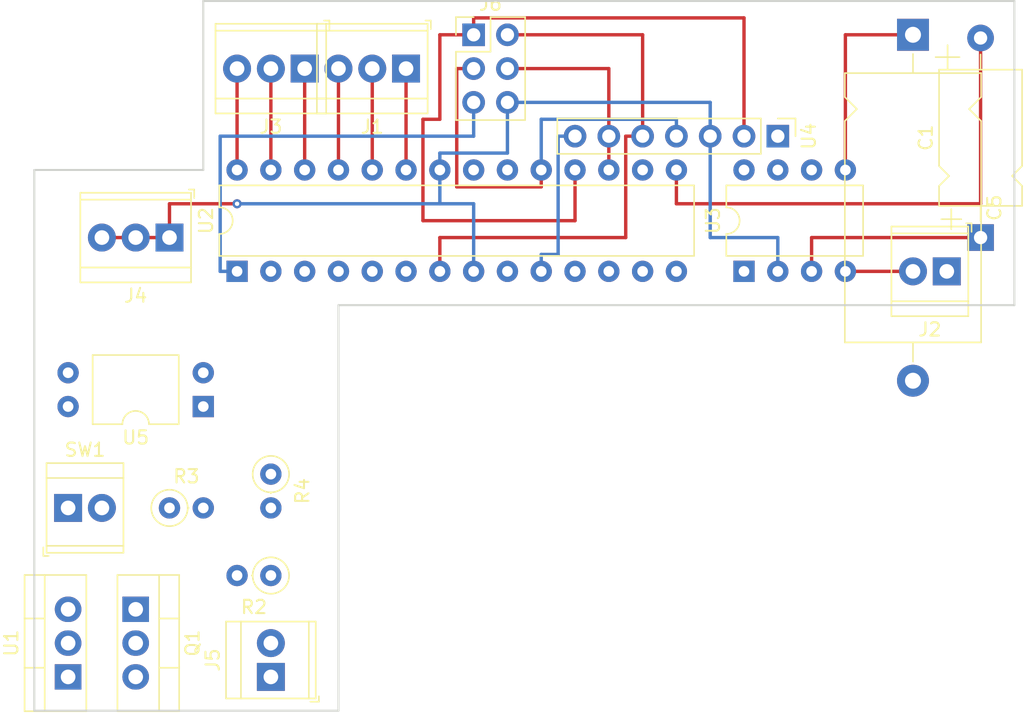
<source format=kicad_pcb>
(kicad_pcb (version 20171130) (host pcbnew "(5.0.2)-1")

  (general
    (thickness 1.6)
    (drawings 16)
    (tracks 65)
    (zones 0)
    (modules 18)
    (nets 40)
  )

  (page A4)
  (layers
    (0 F.Cu signal)
    (31 B.Cu signal)
    (36 B.SilkS user hide)
    (37 F.SilkS user hide)
    (38 B.Mask user hide)
    (39 F.Mask user hide)
    (41 Cmts.User user hide)
    (44 Edge.Cuts user)
    (45 Margin user hide)
    (46 B.CrtYd user hide)
    (47 F.CrtYd user hide)
    (48 B.Fab user hide)
    (49 F.Fab user hide)
  )

  (setup
    (last_trace_width 0.254)
    (user_trace_width 0.254)
    (user_trace_width 0.635)
    (user_trace_width 1.27)
    (user_trace_width 2.54)
    (trace_clearance 0.1524)
    (zone_clearance 0.508)
    (zone_45_only no)
    (trace_min 0.1524)
    (segment_width 0.2)
    (edge_width 0.15)
    (via_size 0.6858)
    (via_drill 0.3302)
    (via_min_size 0.508)
    (via_min_drill 0.254)
    (uvia_size 0.6858)
    (uvia_drill 0.3302)
    (uvias_allowed no)
    (uvia_min_size 0.2)
    (uvia_min_drill 0.1)
    (pcb_text_width 0.3)
    (pcb_text_size 1.5 1.5)
    (mod_edge_width 0.15)
    (mod_text_size 1 1)
    (mod_text_width 0.15)
    (pad_size 1.524 1.524)
    (pad_drill 0.762)
    (pad_to_mask_clearance 0.0508)
    (solder_mask_min_width 0.25)
    (aux_axis_origin 0 0)
    (visible_elements 7FFFFFFF)
    (pcbplotparams
      (layerselection 0x010fc_ffffffff)
      (usegerberextensions false)
      (usegerberattributes false)
      (usegerberadvancedattributes false)
      (creategerberjobfile false)
      (excludeedgelayer true)
      (linewidth 0.100000)
      (plotframeref false)
      (viasonmask false)
      (mode 1)
      (useauxorigin false)
      (hpglpennumber 1)
      (hpglpenspeed 20)
      (hpglpendiameter 15.000000)
      (psnegative false)
      (psa4output false)
      (plotreference true)
      (plotvalue true)
      (plotinvisibletext false)
      (padsonsilk false)
      (subtractmaskfromsilk false)
      (outputformat 1)
      (mirror false)
      (drillshape 1)
      (scaleselection 1)
      (outputdirectory ""))
  )

  (net 0 "")
  (net 1 "Net-(C1-Pad1)")
  (net 2 "Net-(C1-Pad2)")
  (net 3 "Net-(C5-Pad2)")
  (net 4 /led_bl3)
  (net 5 +3V3)
  (net 6 +9V)
  (net 7 "Net-(U2-Pad3)")
  (net 8 "Net-(U2-Pad4)")
  (net 9 "Net-(U2-Pad20)")
  (net 10 "Net-(U2-Pad21)")
  (net 11 "Net-(U2-Pad11)")
  (net 12 "Net-(U2-Pad12)")
  (net 13 "Net-(U2-Pad13)")
  (net 14 /sd_cs)
  (net 15 /sd_di)
  (net 16 /sd_do)
  (net 17 /sd_sck)
  (net 18 /led_bl0)
  (net 19 /led_bl1)
  (net 20 /led_bs0)
  (net 21 /led_bs1)
  (net 22 /led_bl2)
  (net 23 "Net-(U2-Pad14)")
  (net 24 "Net-(C5-Pad1)")
  (net 25 BGND)
  (net 26 DGND)
  (net 27 "Net-(Q1-Pad2)")
  (net 28 "Net-(R3-Pad1)")
  (net 29 PWR_OFF)
  (net 30 "Net-(R4-Pad2)")
  (net 31 "Net-(U2-Pad2)")
  (net 32 "Net-(U3-Pad1)")
  (net 33 "Net-(U3-Pad7)")
  (net 34 "Net-(U3-Pad8)")
  (net 35 "Net-(U2-Pad5)")
  (net 36 "Net-(U4-Pad1)")
  (net 37 "Net-(U2-Pad6)")
  (net 38 "Net-(J6-Pad5)")
  (net 39 "Net-(U2-Pad16)")

  (net_class Default "This is the default net class."
    (clearance 0.1524)
    (trace_width 0.1524)
    (via_dia 0.6858)
    (via_drill 0.3302)
    (uvia_dia 0.6858)
    (uvia_drill 0.3302)
    (add_net +3V3)
    (add_net +9V)
    (add_net /led_bl0)
    (add_net /led_bl1)
    (add_net /led_bl2)
    (add_net /led_bl3)
    (add_net /led_bs0)
    (add_net /led_bs1)
    (add_net /sd_cs)
    (add_net /sd_di)
    (add_net /sd_do)
    (add_net /sd_sck)
    (add_net BGND)
    (add_net DGND)
    (add_net "Net-(C1-Pad1)")
    (add_net "Net-(C1-Pad2)")
    (add_net "Net-(C5-Pad1)")
    (add_net "Net-(C5-Pad2)")
    (add_net "Net-(J6-Pad5)")
    (add_net "Net-(Q1-Pad2)")
    (add_net "Net-(R3-Pad1)")
    (add_net "Net-(R4-Pad2)")
    (add_net "Net-(U2-Pad11)")
    (add_net "Net-(U2-Pad12)")
    (add_net "Net-(U2-Pad13)")
    (add_net "Net-(U2-Pad14)")
    (add_net "Net-(U2-Pad16)")
    (add_net "Net-(U2-Pad2)")
    (add_net "Net-(U2-Pad20)")
    (add_net "Net-(U2-Pad21)")
    (add_net "Net-(U2-Pad3)")
    (add_net "Net-(U2-Pad4)")
    (add_net "Net-(U2-Pad5)")
    (add_net "Net-(U2-Pad6)")
    (add_net "Net-(U3-Pad1)")
    (add_net "Net-(U3-Pad7)")
    (add_net "Net-(U3-Pad8)")
    (add_net "Net-(U4-Pad1)")
    (add_net PWR_OFF)
  )

  (module TerminalBlock_TE-Connectivity:TerminalBlock_TE_282834-3_1x03_P2.54mm_Horizontal (layer F.Cu) (tedit 5B1EC513) (tstamp 5D72821D)
    (at 53.34 129.54 180)
    (descr "Terminal Block TE 282834-3, 3 pins, pitch 2.54mm, size 8.08x6.5mm^2, drill diamater 1.1mm, pad diameter 2.1mm, see http://www.te.com/commerce/DocumentDelivery/DDEController?Action=showdoc&DocId=Customer+Drawing%7F282834%7FC1%7Fpdf%7FEnglish%7FENG_CD_282834_C1.pdf, script-generated using https://github.com/pointhi/kicad-footprint-generator/scripts/TerminalBlock_TE-Connectivity")
    (tags "THT Terminal Block TE 282834-3 pitch 2.54mm size 8.08x6.5mm^2 drill 1.1mm pad 2.1mm")
    (path /5BC32DBF)
    (fp_text reference J1 (at 2.54 -4.37 180) (layer F.SilkS)
      (effects (font (size 1 1) (thickness 0.15)))
    )
    (fp_text value led_a (at 2.54 4.37 180) (layer F.Fab)
      (effects (font (size 1 1) (thickness 0.15)))
    )
    (fp_circle (center 0 0) (end 1.1 0) (layer F.Fab) (width 0.1))
    (fp_circle (center 2.54 0) (end 3.64 0) (layer F.Fab) (width 0.1))
    (fp_circle (center 5.08 0) (end 6.18 0) (layer F.Fab) (width 0.1))
    (fp_line (start -1.5 -3.25) (end 6.58 -3.25) (layer F.Fab) (width 0.1))
    (fp_line (start 6.58 -3.25) (end 6.58 3.25) (layer F.Fab) (width 0.1))
    (fp_line (start 6.58 3.25) (end -1.1 3.25) (layer F.Fab) (width 0.1))
    (fp_line (start -1.1 3.25) (end -1.5 2.85) (layer F.Fab) (width 0.1))
    (fp_line (start -1.5 2.85) (end -1.5 -3.25) (layer F.Fab) (width 0.1))
    (fp_line (start -1.5 2.85) (end 6.58 2.85) (layer F.Fab) (width 0.1))
    (fp_line (start -1.62 2.85) (end 6.7 2.85) (layer F.SilkS) (width 0.12))
    (fp_line (start -1.5 -2.25) (end 6.58 -2.25) (layer F.Fab) (width 0.1))
    (fp_line (start -1.62 -2.25) (end 6.7 -2.25) (layer F.SilkS) (width 0.12))
    (fp_line (start -1.62 -3.37) (end 6.7 -3.37) (layer F.SilkS) (width 0.12))
    (fp_line (start -1.62 3.37) (end 6.7 3.37) (layer F.SilkS) (width 0.12))
    (fp_line (start -1.62 -3.37) (end -1.62 3.37) (layer F.SilkS) (width 0.12))
    (fp_line (start 6.7 -3.37) (end 6.7 3.37) (layer F.SilkS) (width 0.12))
    (fp_line (start 0.835 -0.7) (end -0.701 0.835) (layer F.Fab) (width 0.1))
    (fp_line (start 0.701 -0.835) (end -0.835 0.7) (layer F.Fab) (width 0.1))
    (fp_line (start 3.375 -0.7) (end 1.84 0.835) (layer F.Fab) (width 0.1))
    (fp_line (start 3.241 -0.835) (end 1.706 0.7) (layer F.Fab) (width 0.1))
    (fp_line (start 5.915 -0.7) (end 4.38 0.835) (layer F.Fab) (width 0.1))
    (fp_line (start 5.781 -0.835) (end 4.246 0.7) (layer F.Fab) (width 0.1))
    (fp_line (start -1.86 2.97) (end -1.86 3.61) (layer F.SilkS) (width 0.12))
    (fp_line (start -1.86 3.61) (end -1.46 3.61) (layer F.SilkS) (width 0.12))
    (fp_line (start -2 -3.75) (end -2 3.75) (layer F.CrtYd) (width 0.05))
    (fp_line (start -2 3.75) (end 7.08 3.75) (layer F.CrtYd) (width 0.05))
    (fp_line (start 7.08 3.75) (end 7.08 -3.75) (layer F.CrtYd) (width 0.05))
    (fp_line (start 7.08 -3.75) (end -2 -3.75) (layer F.CrtYd) (width 0.05))
    (fp_text user %R (at 2.54 2 180) (layer F.Fab)
      (effects (font (size 1 1) (thickness 0.15)))
    )
    (pad 1 thru_hole rect (at 0 0 180) (size 2.1 2.1) (drill 1.1) (layers *.Cu *.Mask)
      (net 18 /led_bl0))
    (pad 2 thru_hole circle (at 2.54 0 180) (size 2.1 2.1) (drill 1.1) (layers *.Cu *.Mask)
      (net 19 /led_bl1))
    (pad 3 thru_hole circle (at 5.08 0 180) (size 2.1 2.1) (drill 1.1) (layers *.Cu *.Mask)
      (net 20 /led_bs0))
    (model ${KISYS3DMOD}/TerminalBlock_TE-Connectivity.3dshapes/TerminalBlock_TE_282834-3_1x03_P2.54mm_Horizontal.wrl
      (at (xyz 0 0 0))
      (scale (xyz 1 1 1))
      (rotate (xyz 0 0 0))
    )
  )

  (module Connector_PinHeader_2.54mm:PinHeader_2x03_P2.54mm_Vertical (layer F.Cu) (tedit 59FED5CC) (tstamp 5D75641A)
    (at 58.42 127)
    (descr "Through hole straight pin header, 2x03, 2.54mm pitch, double rows")
    (tags "Through hole pin header THT 2x03 2.54mm double row")
    (path /5D757B8F)
    (fp_text reference J6 (at 1.27 -2.33) (layer F.SilkS)
      (effects (font (size 1 1) (thickness 0.15)))
    )
    (fp_text value Conn_02x03_Odd_Even (at 1.27 7.41) (layer F.Fab)
      (effects (font (size 1 1) (thickness 0.15)))
    )
    (fp_line (start 0 -1.27) (end 3.81 -1.27) (layer F.Fab) (width 0.1))
    (fp_line (start 3.81 -1.27) (end 3.81 6.35) (layer F.Fab) (width 0.1))
    (fp_line (start 3.81 6.35) (end -1.27 6.35) (layer F.Fab) (width 0.1))
    (fp_line (start -1.27 6.35) (end -1.27 0) (layer F.Fab) (width 0.1))
    (fp_line (start -1.27 0) (end 0 -1.27) (layer F.Fab) (width 0.1))
    (fp_line (start -1.33 6.41) (end 3.87 6.41) (layer F.SilkS) (width 0.12))
    (fp_line (start -1.33 1.27) (end -1.33 6.41) (layer F.SilkS) (width 0.12))
    (fp_line (start 3.87 -1.33) (end 3.87 6.41) (layer F.SilkS) (width 0.12))
    (fp_line (start -1.33 1.27) (end 1.27 1.27) (layer F.SilkS) (width 0.12))
    (fp_line (start 1.27 1.27) (end 1.27 -1.33) (layer F.SilkS) (width 0.12))
    (fp_line (start 1.27 -1.33) (end 3.87 -1.33) (layer F.SilkS) (width 0.12))
    (fp_line (start -1.33 0) (end -1.33 -1.33) (layer F.SilkS) (width 0.12))
    (fp_line (start -1.33 -1.33) (end 0 -1.33) (layer F.SilkS) (width 0.12))
    (fp_line (start -1.8 -1.8) (end -1.8 6.85) (layer F.CrtYd) (width 0.05))
    (fp_line (start -1.8 6.85) (end 4.35 6.85) (layer F.CrtYd) (width 0.05))
    (fp_line (start 4.35 6.85) (end 4.35 -1.8) (layer F.CrtYd) (width 0.05))
    (fp_line (start 4.35 -1.8) (end -1.8 -1.8) (layer F.CrtYd) (width 0.05))
    (fp_text user %R (at 1.27 2.54 90) (layer F.Fab)
      (effects (font (size 1 1) (thickness 0.15)))
    )
    (pad 1 thru_hole rect (at 0 0) (size 1.7 1.7) (drill 1) (layers *.Cu *.Mask)
      (net 16 /sd_do))
    (pad 2 thru_hole oval (at 2.54 0) (size 1.7 1.7) (drill 1) (layers *.Cu *.Mask)
      (net 5 +3V3))
    (pad 3 thru_hole oval (at 0 2.54) (size 1.7 1.7) (drill 1) (layers *.Cu *.Mask)
      (net 17 /sd_sck))
    (pad 4 thru_hole oval (at 2.54 2.54) (size 1.7 1.7) (drill 1) (layers *.Cu *.Mask)
      (net 15 /sd_di))
    (pad 5 thru_hole oval (at 0 5.08) (size 1.7 1.7) (drill 1) (layers *.Cu *.Mask)
      (net 38 "Net-(J6-Pad5)"))
    (pad 6 thru_hole oval (at 2.54 5.08) (size 1.7 1.7) (drill 1) (layers *.Cu *.Mask)
      (net 26 DGND))
    (model ${KISYS3DMOD}/Connector_PinHeader_2.54mm.3dshapes/PinHeader_2x03_P2.54mm_Vertical.wrl
      (at (xyz 0 0 0))
      (scale (xyz 1 1 1))
      (rotate (xyz 0 0 0))
    )
  )

  (module Package_DIP:DIP-8_W7.62mm (layer F.Cu) (tedit 5A02E8C5) (tstamp 5DCEF3F9)
    (at 78.74 144.78 90)
    (descr "8-lead though-hole mounted DIP package, row spacing 7.62 mm (300 mils)")
    (tags "THT DIP DIL PDIP 2.54mm 7.62mm 300mil")
    (path /5BB681DC)
    (fp_text reference U3 (at 3.81 -2.33 90) (layer F.SilkS)
      (effects (font (size 1 1) (thickness 0.15)))
    )
    (fp_text value LM386 (at 3.81 9.95 90) (layer F.Fab)
      (effects (font (size 1 1) (thickness 0.15)))
    )
    (fp_arc (start 3.81 -1.33) (end 2.81 -1.33) (angle -180) (layer F.SilkS) (width 0.12))
    (fp_line (start 1.635 -1.27) (end 6.985 -1.27) (layer F.Fab) (width 0.1))
    (fp_line (start 6.985 -1.27) (end 6.985 8.89) (layer F.Fab) (width 0.1))
    (fp_line (start 6.985 8.89) (end 0.635 8.89) (layer F.Fab) (width 0.1))
    (fp_line (start 0.635 8.89) (end 0.635 -0.27) (layer F.Fab) (width 0.1))
    (fp_line (start 0.635 -0.27) (end 1.635 -1.27) (layer F.Fab) (width 0.1))
    (fp_line (start 2.81 -1.33) (end 1.16 -1.33) (layer F.SilkS) (width 0.12))
    (fp_line (start 1.16 -1.33) (end 1.16 8.95) (layer F.SilkS) (width 0.12))
    (fp_line (start 1.16 8.95) (end 6.46 8.95) (layer F.SilkS) (width 0.12))
    (fp_line (start 6.46 8.95) (end 6.46 -1.33) (layer F.SilkS) (width 0.12))
    (fp_line (start 6.46 -1.33) (end 4.81 -1.33) (layer F.SilkS) (width 0.12))
    (fp_line (start -1.1 -1.55) (end -1.1 9.15) (layer F.CrtYd) (width 0.05))
    (fp_line (start -1.1 9.15) (end 8.7 9.15) (layer F.CrtYd) (width 0.05))
    (fp_line (start 8.7 9.15) (end 8.7 -1.55) (layer F.CrtYd) (width 0.05))
    (fp_line (start 8.7 -1.55) (end -1.1 -1.55) (layer F.CrtYd) (width 0.05))
    (fp_text user %R (at 3.81 3.81 90) (layer F.Fab)
      (effects (font (size 1 1) (thickness 0.15)))
    )
    (pad 1 thru_hole rect (at 0 0 90) (size 1.6 1.6) (drill 0.8) (layers *.Cu *.Mask)
      (net 32 "Net-(U3-Pad1)"))
    (pad 5 thru_hole oval (at 7.62 7.62 90) (size 1.6 1.6) (drill 0.8) (layers *.Cu *.Mask)
      (net 24 "Net-(C5-Pad1)"))
    (pad 2 thru_hole oval (at 0 2.54 90) (size 1.6 1.6) (drill 0.8) (layers *.Cu *.Mask)
      (net 26 DGND))
    (pad 6 thru_hole oval (at 7.62 5.08 90) (size 1.6 1.6) (drill 0.8) (layers *.Cu *.Mask)
      (net 6 +9V))
    (pad 3 thru_hole oval (at 0 5.08 90) (size 1.6 1.6) (drill 0.8) (layers *.Cu *.Mask)
      (net 1 "Net-(C1-Pad1)"))
    (pad 7 thru_hole oval (at 7.62 2.54 90) (size 1.6 1.6) (drill 0.8) (layers *.Cu *.Mask)
      (net 33 "Net-(U3-Pad7)"))
    (pad 4 thru_hole oval (at 0 7.62 90) (size 1.6 1.6) (drill 0.8) (layers *.Cu *.Mask)
      (net 25 BGND))
    (pad 8 thru_hole oval (at 7.62 0 90) (size 1.6 1.6) (drill 0.8) (layers *.Cu *.Mask)
      (net 34 "Net-(U3-Pad8)"))
    (model ${KISYS3DMOD}/Package_DIP.3dshapes/DIP-8_W7.62mm.wrl
      (at (xyz 0 0 0))
      (scale (xyz 1 1 1))
      (rotate (xyz 0 0 0))
    )
  )

  (module Capacitor_THT:CP_Axial_L20.0mm_D10.0mm_P26.00mm_Horizontal (layer F.Cu) (tedit 5AE50EF2) (tstamp 5D729B16)
    (at 91.44 127 270)
    (descr "CP, Axial series, Axial, Horizontal, pin pitch=26mm, , length*diameter=20*10mm^2, Electrolytic Capacitor, , http://www.kemet.com/Lists/ProductCatalog/Attachments/424/KEM_AC102.pdf")
    (tags "CP Axial series Axial Horizontal pin pitch 26mm  length 20mm diameter 10mm Electrolytic Capacitor")
    (path /5BB76434)
    (fp_text reference C5 (at 13 -6.12 270) (layer F.SilkS)
      (effects (font (size 1 1) (thickness 0.15)))
    )
    (fp_text value 250uF (at 13 6.12 270) (layer F.Fab)
      (effects (font (size 1 1) (thickness 0.15)))
    )
    (fp_line (start 3 -5) (end 3 5) (layer F.Fab) (width 0.1))
    (fp_line (start 23 -5) (end 23 5) (layer F.Fab) (width 0.1))
    (fp_line (start 3 -5) (end 4.68 -5) (layer F.Fab) (width 0.1))
    (fp_line (start 4.68 -5) (end 5.58 -4.1) (layer F.Fab) (width 0.1))
    (fp_line (start 5.58 -4.1) (end 6.48 -5) (layer F.Fab) (width 0.1))
    (fp_line (start 6.48 -5) (end 23 -5) (layer F.Fab) (width 0.1))
    (fp_line (start 3 5) (end 4.68 5) (layer F.Fab) (width 0.1))
    (fp_line (start 4.68 5) (end 5.58 4.1) (layer F.Fab) (width 0.1))
    (fp_line (start 5.58 4.1) (end 6.48 5) (layer F.Fab) (width 0.1))
    (fp_line (start 6.48 5) (end 23 5) (layer F.Fab) (width 0.1))
    (fp_line (start 0 0) (end 3 0) (layer F.Fab) (width 0.1))
    (fp_line (start 26 0) (end 23 0) (layer F.Fab) (width 0.1))
    (fp_line (start 4.7 0) (end 6.5 0) (layer F.Fab) (width 0.1))
    (fp_line (start 5.6 -0.9) (end 5.6 0.9) (layer F.Fab) (width 0.1))
    (fp_line (start 0.78 -2.6) (end 2.58 -2.6) (layer F.SilkS) (width 0.12))
    (fp_line (start 1.68 -3.5) (end 1.68 -1.7) (layer F.SilkS) (width 0.12))
    (fp_line (start 2.88 -5.12) (end 2.88 5.12) (layer F.SilkS) (width 0.12))
    (fp_line (start 23.12 -5.12) (end 23.12 5.12) (layer F.SilkS) (width 0.12))
    (fp_line (start 2.88 -5.12) (end 4.68 -5.12) (layer F.SilkS) (width 0.12))
    (fp_line (start 4.68 -5.12) (end 5.58 -4.22) (layer F.SilkS) (width 0.12))
    (fp_line (start 5.58 -4.22) (end 6.48 -5.12) (layer F.SilkS) (width 0.12))
    (fp_line (start 6.48 -5.12) (end 23.12 -5.12) (layer F.SilkS) (width 0.12))
    (fp_line (start 2.88 5.12) (end 4.68 5.12) (layer F.SilkS) (width 0.12))
    (fp_line (start 4.68 5.12) (end 5.58 4.22) (layer F.SilkS) (width 0.12))
    (fp_line (start 5.58 4.22) (end 6.48 5.12) (layer F.SilkS) (width 0.12))
    (fp_line (start 6.48 5.12) (end 23.12 5.12) (layer F.SilkS) (width 0.12))
    (fp_line (start 1.44 0) (end 2.88 0) (layer F.SilkS) (width 0.12))
    (fp_line (start 24.56 0) (end 23.12 0) (layer F.SilkS) (width 0.12))
    (fp_line (start -1.45 -5.25) (end -1.45 5.25) (layer F.CrtYd) (width 0.05))
    (fp_line (start -1.45 5.25) (end 27.45 5.25) (layer F.CrtYd) (width 0.05))
    (fp_line (start 27.45 5.25) (end 27.45 -5.25) (layer F.CrtYd) (width 0.05))
    (fp_line (start 27.45 -5.25) (end -1.45 -5.25) (layer F.CrtYd) (width 0.05))
    (fp_text user %R (at 13 0 270) (layer F.Fab)
      (effects (font (size 1 1) (thickness 0.15)))
    )
    (pad 1 thru_hole rect (at 0 0 270) (size 2.4 2.4) (drill 1.2) (layers *.Cu *.Mask)
      (net 24 "Net-(C5-Pad1)"))
    (pad 2 thru_hole oval (at 26 0 270) (size 2.4 2.4) (drill 1.2) (layers *.Cu *.Mask)
      (net 3 "Net-(C5-Pad2)"))
    (model ${KISYS3DMOD}/Capacitor_THT.3dshapes/CP_Axial_L20.0mm_D10.0mm_P26.00mm_Horizontal.wrl
      (at (xyz 0 0 0))
      (scale (xyz 1 1 1))
      (rotate (xyz 0 0 0))
    )
  )

  (module Package_DIP:DIP-28_W7.62mm (layer F.Cu) (tedit 5A02E8C5) (tstamp 5D72749F)
    (at 40.64 144.78 90)
    (descr "28-lead though-hole mounted DIP package, row spacing 7.62 mm (300 mils)")
    (tags "THT DIP DIL PDIP 2.54mm 7.62mm 300mil")
    (path /5BB68499)
    (fp_text reference U2 (at 3.81 -2.33 90) (layer F.SilkS)
      (effects (font (size 1 1) (thickness 0.15)))
    )
    (fp_text value ATmega328P-PU (at 3.81 35.35 90) (layer F.Fab)
      (effects (font (size 1 1) (thickness 0.15)))
    )
    (fp_arc (start 3.81 -1.33) (end 2.81 -1.33) (angle -180) (layer F.SilkS) (width 0.12))
    (fp_line (start 1.635 -1.27) (end 6.985 -1.27) (layer F.Fab) (width 0.1))
    (fp_line (start 6.985 -1.27) (end 6.985 34.29) (layer F.Fab) (width 0.1))
    (fp_line (start 6.985 34.29) (end 0.635 34.29) (layer F.Fab) (width 0.1))
    (fp_line (start 0.635 34.29) (end 0.635 -0.27) (layer F.Fab) (width 0.1))
    (fp_line (start 0.635 -0.27) (end 1.635 -1.27) (layer F.Fab) (width 0.1))
    (fp_line (start 2.81 -1.33) (end 1.16 -1.33) (layer F.SilkS) (width 0.12))
    (fp_line (start 1.16 -1.33) (end 1.16 34.35) (layer F.SilkS) (width 0.12))
    (fp_line (start 1.16 34.35) (end 6.46 34.35) (layer F.SilkS) (width 0.12))
    (fp_line (start 6.46 34.35) (end 6.46 -1.33) (layer F.SilkS) (width 0.12))
    (fp_line (start 6.46 -1.33) (end 4.81 -1.33) (layer F.SilkS) (width 0.12))
    (fp_line (start -1.1 -1.55) (end -1.1 34.55) (layer F.CrtYd) (width 0.05))
    (fp_line (start -1.1 34.55) (end 8.7 34.55) (layer F.CrtYd) (width 0.05))
    (fp_line (start 8.7 34.55) (end 8.7 -1.55) (layer F.CrtYd) (width 0.05))
    (fp_line (start 8.7 -1.55) (end -1.1 -1.55) (layer F.CrtYd) (width 0.05))
    (fp_text user %R (at 3.81 16.51 90) (layer F.Fab)
      (effects (font (size 1 1) (thickness 0.15)))
    )
    (pad 1 thru_hole rect (at 0 0 90) (size 1.6 1.6) (drill 0.8) (layers *.Cu *.Mask)
      (net 38 "Net-(J6-Pad5)"))
    (pad 15 thru_hole oval (at 7.62 33.02 90) (size 1.6 1.6) (drill 0.8) (layers *.Cu *.Mask)
      (net 2 "Net-(C1-Pad2)"))
    (pad 2 thru_hole oval (at 0 2.54 90) (size 1.6 1.6) (drill 0.8) (layers *.Cu *.Mask)
      (net 31 "Net-(U2-Pad2)"))
    (pad 16 thru_hole oval (at 7.62 30.48 90) (size 1.6 1.6) (drill 0.8) (layers *.Cu *.Mask)
      (net 39 "Net-(U2-Pad16)"))
    (pad 3 thru_hole oval (at 0 5.08 90) (size 1.6 1.6) (drill 0.8) (layers *.Cu *.Mask)
      (net 7 "Net-(U2-Pad3)"))
    (pad 17 thru_hole oval (at 7.62 27.94 90) (size 1.6 1.6) (drill 0.8) (layers *.Cu *.Mask)
      (net 15 /sd_di))
    (pad 4 thru_hole oval (at 0 7.62 90) (size 1.6 1.6) (drill 0.8) (layers *.Cu *.Mask)
      (net 8 "Net-(U2-Pad4)"))
    (pad 18 thru_hole oval (at 7.62 25.4 90) (size 1.6 1.6) (drill 0.8) (layers *.Cu *.Mask)
      (net 16 /sd_do))
    (pad 5 thru_hole oval (at 0 10.16 90) (size 1.6 1.6) (drill 0.8) (layers *.Cu *.Mask)
      (net 35 "Net-(U2-Pad5)"))
    (pad 19 thru_hole oval (at 7.62 22.86 90) (size 1.6 1.6) (drill 0.8) (layers *.Cu *.Mask)
      (net 17 /sd_sck))
    (pad 6 thru_hole oval (at 0 12.7 90) (size 1.6 1.6) (drill 0.8) (layers *.Cu *.Mask)
      (net 37 "Net-(U2-Pad6)"))
    (pad 20 thru_hole oval (at 7.62 20.32 90) (size 1.6 1.6) (drill 0.8) (layers *.Cu *.Mask)
      (net 9 "Net-(U2-Pad20)"))
    (pad 7 thru_hole oval (at 0 15.24 90) (size 1.6 1.6) (drill 0.8) (layers *.Cu *.Mask)
      (net 5 +3V3))
    (pad 21 thru_hole oval (at 7.62 17.78 90) (size 1.6 1.6) (drill 0.8) (layers *.Cu *.Mask)
      (net 10 "Net-(U2-Pad21)"))
    (pad 8 thru_hole oval (at 0 17.78 90) (size 1.6 1.6) (drill 0.8) (layers *.Cu *.Mask)
      (net 26 DGND))
    (pad 22 thru_hole oval (at 7.62 15.24 90) (size 1.6 1.6) (drill 0.8) (layers *.Cu *.Mask)
      (net 26 DGND))
    (pad 9 thru_hole oval (at 0 20.32 90) (size 1.6 1.6) (drill 0.8) (layers *.Cu *.Mask)
      (net 29 PWR_OFF))
    (pad 23 thru_hole oval (at 7.62 12.7 90) (size 1.6 1.6) (drill 0.8) (layers *.Cu *.Mask)
      (net 18 /led_bl0))
    (pad 10 thru_hole oval (at 0 22.86 90) (size 1.6 1.6) (drill 0.8) (layers *.Cu *.Mask)
      (net 14 /sd_cs))
    (pad 24 thru_hole oval (at 7.62 10.16 90) (size 1.6 1.6) (drill 0.8) (layers *.Cu *.Mask)
      (net 19 /led_bl1))
    (pad 11 thru_hole oval (at 0 25.4 90) (size 1.6 1.6) (drill 0.8) (layers *.Cu *.Mask)
      (net 11 "Net-(U2-Pad11)"))
    (pad 25 thru_hole oval (at 7.62 7.62 90) (size 1.6 1.6) (drill 0.8) (layers *.Cu *.Mask)
      (net 20 /led_bs0))
    (pad 12 thru_hole oval (at 0 27.94 90) (size 1.6 1.6) (drill 0.8) (layers *.Cu *.Mask)
      (net 12 "Net-(U2-Pad12)"))
    (pad 26 thru_hole oval (at 7.62 5.08 90) (size 1.6 1.6) (drill 0.8) (layers *.Cu *.Mask)
      (net 22 /led_bl2))
    (pad 13 thru_hole oval (at 0 30.48 90) (size 1.6 1.6) (drill 0.8) (layers *.Cu *.Mask)
      (net 13 "Net-(U2-Pad13)"))
    (pad 27 thru_hole oval (at 7.62 2.54 90) (size 1.6 1.6) (drill 0.8) (layers *.Cu *.Mask)
      (net 4 /led_bl3))
    (pad 14 thru_hole oval (at 0 33.02 90) (size 1.6 1.6) (drill 0.8) (layers *.Cu *.Mask)
      (net 23 "Net-(U2-Pad14)"))
    (pad 28 thru_hole oval (at 7.62 0 90) (size 1.6 1.6) (drill 0.8) (layers *.Cu *.Mask)
      (net 21 /led_bs1))
    (model ${KISYS3DMOD}/Package_DIP.3dshapes/DIP-28_W7.62mm.wrl
      (at (xyz 0 0 0))
      (scale (xyz 1 1 1))
      (rotate (xyz 0 0 0))
    )
  )

  (module Connector_PinHeader_2.54mm:PinHeader_1x07_P2.54mm_Vertical (layer F.Cu) (tedit 59FED5CC) (tstamp 5D727B0F)
    (at 81.28 134.62 270)
    (descr "Through hole straight pin header, 1x07, 2.54mm pitch, single row")
    (tags "Through hole pin header THT 1x07 2.54mm single row")
    (path /5BB68AD9)
    (fp_text reference U4 (at 0 -2.33 270) (layer F.SilkS)
      (effects (font (size 1 1) (thickness 0.15)))
    )
    (fp_text value BOB-00544 (at 0 17.57 270) (layer F.Fab)
      (effects (font (size 1 1) (thickness 0.15)))
    )
    (fp_line (start -0.635 -1.27) (end 1.27 -1.27) (layer F.Fab) (width 0.1))
    (fp_line (start 1.27 -1.27) (end 1.27 16.51) (layer F.Fab) (width 0.1))
    (fp_line (start 1.27 16.51) (end -1.27 16.51) (layer F.Fab) (width 0.1))
    (fp_line (start -1.27 16.51) (end -1.27 -0.635) (layer F.Fab) (width 0.1))
    (fp_line (start -1.27 -0.635) (end -0.635 -1.27) (layer F.Fab) (width 0.1))
    (fp_line (start -1.33 16.57) (end 1.33 16.57) (layer F.SilkS) (width 0.12))
    (fp_line (start -1.33 1.27) (end -1.33 16.57) (layer F.SilkS) (width 0.12))
    (fp_line (start 1.33 1.27) (end 1.33 16.57) (layer F.SilkS) (width 0.12))
    (fp_line (start -1.33 1.27) (end 1.33 1.27) (layer F.SilkS) (width 0.12))
    (fp_line (start -1.33 0) (end -1.33 -1.33) (layer F.SilkS) (width 0.12))
    (fp_line (start -1.33 -1.33) (end 0 -1.33) (layer F.SilkS) (width 0.12))
    (fp_line (start -1.8 -1.8) (end -1.8 17.05) (layer F.CrtYd) (width 0.05))
    (fp_line (start -1.8 17.05) (end 1.8 17.05) (layer F.CrtYd) (width 0.05))
    (fp_line (start 1.8 17.05) (end 1.8 -1.8) (layer F.CrtYd) (width 0.05))
    (fp_line (start 1.8 -1.8) (end -1.8 -1.8) (layer F.CrtYd) (width 0.05))
    (fp_text user %R (at 0 7.62) (layer F.Fab)
      (effects (font (size 1 1) (thickness 0.15)))
    )
    (pad 1 thru_hole rect (at 0 0 270) (size 1.7 1.7) (drill 1) (layers *.Cu *.Mask)
      (net 36 "Net-(U4-Pad1)"))
    (pad 2 thru_hole oval (at 0 2.54 270) (size 1.7 1.7) (drill 1) (layers *.Cu *.Mask)
      (net 16 /sd_do))
    (pad 3 thru_hole oval (at 0 5.08 270) (size 1.7 1.7) (drill 1) (layers *.Cu *.Mask)
      (net 26 DGND))
    (pad 4 thru_hole oval (at 0 7.62 270) (size 1.7 1.7) (drill 1) (layers *.Cu *.Mask)
      (net 17 /sd_sck))
    (pad 5 thru_hole oval (at 0 10.16 270) (size 1.7 1.7) (drill 1) (layers *.Cu *.Mask)
      (net 5 +3V3))
    (pad 6 thru_hole oval (at 0 12.7 270) (size 1.7 1.7) (drill 1) (layers *.Cu *.Mask)
      (net 15 /sd_di))
    (pad 7 thru_hole oval (at 0 15.24 270) (size 1.7 1.7) (drill 1) (layers *.Cu *.Mask)
      (net 14 /sd_cs))
    (model ${KISYS3DMOD}/Connector_PinHeader_2.54mm.3dshapes/PinHeader_1x07_P2.54mm_Vertical.wrl
      (at (xyz 0 0 0))
      (scale (xyz 1 1 1))
      (rotate (xyz 0 0 0))
    )
  )

  (module Capacitor_THT:CP_Axial_L10.0mm_D6.0mm_P15.00mm_Horizontal (layer F.Cu) (tedit 5AE50EF2) (tstamp 5D7298C2)
    (at 96.52 142.24 90)
    (descr "CP, Axial series, Axial, Horizontal, pin pitch=15mm, , length*diameter=10*6mm^2, Electrolytic Capacitor, , http://www.vishay.com/docs/28325/021asm.pdf")
    (tags "CP Axial series Axial Horizontal pin pitch 15mm  length 10mm diameter 6mm Electrolytic Capacitor")
    (path /5BBE6099)
    (fp_text reference C1 (at 7.5 -4.12 90) (layer F.SilkS)
      (effects (font (size 1 1) (thickness 0.15)))
    )
    (fp_text value 10uF (at 7.5 4.12 90) (layer F.Fab)
      (effects (font (size 1 1) (thickness 0.15)))
    )
    (fp_line (start 2.5 -3) (end 2.5 3) (layer F.Fab) (width 0.1))
    (fp_line (start 12.5 -3) (end 12.5 3) (layer F.Fab) (width 0.1))
    (fp_line (start 2.5 -3) (end 3.88 -3) (layer F.Fab) (width 0.1))
    (fp_line (start 3.88 -3) (end 4.63 -2.25) (layer F.Fab) (width 0.1))
    (fp_line (start 4.63 -2.25) (end 5.38 -3) (layer F.Fab) (width 0.1))
    (fp_line (start 5.38 -3) (end 12.5 -3) (layer F.Fab) (width 0.1))
    (fp_line (start 2.5 3) (end 3.88 3) (layer F.Fab) (width 0.1))
    (fp_line (start 3.88 3) (end 4.63 2.25) (layer F.Fab) (width 0.1))
    (fp_line (start 4.63 2.25) (end 5.38 3) (layer F.Fab) (width 0.1))
    (fp_line (start 5.38 3) (end 12.5 3) (layer F.Fab) (width 0.1))
    (fp_line (start 0 0) (end 2.5 0) (layer F.Fab) (width 0.1))
    (fp_line (start 15 0) (end 12.5 0) (layer F.Fab) (width 0.1))
    (fp_line (start 3.9 0) (end 5.4 0) (layer F.Fab) (width 0.1))
    (fp_line (start 4.65 -0.75) (end 4.65 0.75) (layer F.Fab) (width 0.1))
    (fp_line (start 0.63 -2.2) (end 2.13 -2.2) (layer F.SilkS) (width 0.12))
    (fp_line (start 1.38 -2.95) (end 1.38 -1.45) (layer F.SilkS) (width 0.12))
    (fp_line (start 2.38 -3.12) (end 2.38 3.12) (layer F.SilkS) (width 0.12))
    (fp_line (start 12.62 -3.12) (end 12.62 3.12) (layer F.SilkS) (width 0.12))
    (fp_line (start 2.38 -3.12) (end 3.88 -3.12) (layer F.SilkS) (width 0.12))
    (fp_line (start 3.88 -3.12) (end 4.63 -2.37) (layer F.SilkS) (width 0.12))
    (fp_line (start 4.63 -2.37) (end 5.38 -3.12) (layer F.SilkS) (width 0.12))
    (fp_line (start 5.38 -3.12) (end 12.62 -3.12) (layer F.SilkS) (width 0.12))
    (fp_line (start 2.38 3.12) (end 3.88 3.12) (layer F.SilkS) (width 0.12))
    (fp_line (start 3.88 3.12) (end 4.63 2.37) (layer F.SilkS) (width 0.12))
    (fp_line (start 4.63 2.37) (end 5.38 3.12) (layer F.SilkS) (width 0.12))
    (fp_line (start 5.38 3.12) (end 12.62 3.12) (layer F.SilkS) (width 0.12))
    (fp_line (start 1.24 0) (end 2.38 0) (layer F.SilkS) (width 0.12))
    (fp_line (start 13.76 0) (end 12.62 0) (layer F.SilkS) (width 0.12))
    (fp_line (start -1.25 -3.25) (end -1.25 3.25) (layer F.CrtYd) (width 0.05))
    (fp_line (start -1.25 3.25) (end 16.25 3.25) (layer F.CrtYd) (width 0.05))
    (fp_line (start 16.25 3.25) (end 16.25 -3.25) (layer F.CrtYd) (width 0.05))
    (fp_line (start 16.25 -3.25) (end -1.25 -3.25) (layer F.CrtYd) (width 0.05))
    (fp_text user %R (at 7.5 0 90) (layer F.Fab)
      (effects (font (size 1 1) (thickness 0.15)))
    )
    (pad 1 thru_hole rect (at 0 0 90) (size 2 2) (drill 1) (layers *.Cu *.Mask)
      (net 1 "Net-(C1-Pad1)"))
    (pad 2 thru_hole oval (at 15 0 90) (size 2 2) (drill 1) (layers *.Cu *.Mask)
      (net 2 "Net-(C1-Pad2)"))
    (model ${KISYS3DMOD}/Capacitor_THT.3dshapes/CP_Axial_L10.0mm_D6.0mm_P15.00mm_Horizontal.wrl
      (at (xyz 0 0 0))
      (scale (xyz 1 1 1))
      (rotate (xyz 0 0 0))
    )
  )

  (module TerminalBlock_TE-Connectivity:TerminalBlock_TE_282834-2_1x02_P2.54mm_Horizontal (layer F.Cu) (tedit 5B1EC513) (tstamp 5D77BFE8)
    (at 93.98 144.78 180)
    (descr "Terminal Block TE 282834-2, 2 pins, pitch 2.54mm, size 5.54x6.5mm^2, drill diamater 1.1mm, pad diameter 2.1mm, see http://www.te.com/commerce/DocumentDelivery/DDEController?Action=showdoc&DocId=Customer+Drawing%7F282834%7FC1%7Fpdf%7FEnglish%7FENG_CD_282834_C1.pdf, script-generated using https://github.com/pointhi/kicad-footprint-generator/scripts/TerminalBlock_TE-Connectivity")
    (tags "THT Terminal Block TE 282834-2 pitch 2.54mm size 5.54x6.5mm^2 drill 1.1mm pad 2.1mm")
    (path /5BBBC1CA)
    (fp_text reference J2 (at 1.27 -4.37 180) (layer F.SilkS)
      (effects (font (size 1 1) (thickness 0.15)))
    )
    (fp_text value speaker_out (at 1.27 4.37 180) (layer F.Fab)
      (effects (font (size 1 1) (thickness 0.15)))
    )
    (fp_text user %R (at 1.27 2 180) (layer F.Fab)
      (effects (font (size 1 1) (thickness 0.15)))
    )
    (fp_line (start 4.54 -3.75) (end -2 -3.75) (layer F.CrtYd) (width 0.05))
    (fp_line (start 4.54 3.75) (end 4.54 -3.75) (layer F.CrtYd) (width 0.05))
    (fp_line (start -2 3.75) (end 4.54 3.75) (layer F.CrtYd) (width 0.05))
    (fp_line (start -2 -3.75) (end -2 3.75) (layer F.CrtYd) (width 0.05))
    (fp_line (start -1.86 3.61) (end -1.46 3.61) (layer F.SilkS) (width 0.12))
    (fp_line (start -1.86 2.97) (end -1.86 3.61) (layer F.SilkS) (width 0.12))
    (fp_line (start 3.241 -0.835) (end 1.706 0.7) (layer F.Fab) (width 0.1))
    (fp_line (start 3.375 -0.7) (end 1.84 0.835) (layer F.Fab) (width 0.1))
    (fp_line (start 0.701 -0.835) (end -0.835 0.7) (layer F.Fab) (width 0.1))
    (fp_line (start 0.835 -0.7) (end -0.701 0.835) (layer F.Fab) (width 0.1))
    (fp_line (start 4.16 -3.37) (end 4.16 3.37) (layer F.SilkS) (width 0.12))
    (fp_line (start -1.62 -3.37) (end -1.62 3.37) (layer F.SilkS) (width 0.12))
    (fp_line (start -1.62 3.37) (end 4.16 3.37) (layer F.SilkS) (width 0.12))
    (fp_line (start -1.62 -3.37) (end 4.16 -3.37) (layer F.SilkS) (width 0.12))
    (fp_line (start -1.62 -2.25) (end 4.16 -2.25) (layer F.SilkS) (width 0.12))
    (fp_line (start -1.5 -2.25) (end 4.04 -2.25) (layer F.Fab) (width 0.1))
    (fp_line (start -1.62 2.85) (end 4.16 2.85) (layer F.SilkS) (width 0.12))
    (fp_line (start -1.5 2.85) (end 4.04 2.85) (layer F.Fab) (width 0.1))
    (fp_line (start -1.5 2.85) (end -1.5 -3.25) (layer F.Fab) (width 0.1))
    (fp_line (start -1.1 3.25) (end -1.5 2.85) (layer F.Fab) (width 0.1))
    (fp_line (start 4.04 3.25) (end -1.1 3.25) (layer F.Fab) (width 0.1))
    (fp_line (start 4.04 -3.25) (end 4.04 3.25) (layer F.Fab) (width 0.1))
    (fp_line (start -1.5 -3.25) (end 4.04 -3.25) (layer F.Fab) (width 0.1))
    (fp_circle (center 2.54 0) (end 3.64 0) (layer F.Fab) (width 0.1))
    (fp_circle (center 0 0) (end 1.1 0) (layer F.Fab) (width 0.1))
    (pad 2 thru_hole circle (at 2.54 0 180) (size 2.1 2.1) (drill 1.1) (layers *.Cu *.Mask)
      (net 25 BGND))
    (pad 1 thru_hole rect (at 0 0 180) (size 2.1 2.1) (drill 1.1) (layers *.Cu *.Mask)
      (net 3 "Net-(C5-Pad2)"))
    (model ${KISYS3DMOD}/TerminalBlock_TE-Connectivity.3dshapes/TerminalBlock_TE_282834-2_1x02_P2.54mm_Horizontal.wrl
      (at (xyz 0 0 0))
      (scale (xyz 1 1 1))
      (rotate (xyz 0 0 0))
    )
  )

  (module TerminalBlock_TE-Connectivity:TerminalBlock_TE_282834-3_1x03_P2.54mm_Horizontal (layer F.Cu) (tedit 5B1EC513) (tstamp 5D728261)
    (at 45.72 129.54 180)
    (descr "Terminal Block TE 282834-3, 3 pins, pitch 2.54mm, size 8.08x6.5mm^2, drill diamater 1.1mm, pad diameter 2.1mm, see http://www.te.com/commerce/DocumentDelivery/DDEController?Action=showdoc&DocId=Customer+Drawing%7F282834%7FC1%7Fpdf%7FEnglish%7FENG_CD_282834_C1.pdf, script-generated using https://github.com/pointhi/kicad-footprint-generator/scripts/TerminalBlock_TE-Connectivity")
    (tags "THT Terminal Block TE 282834-3 pitch 2.54mm size 8.08x6.5mm^2 drill 1.1mm pad 2.1mm")
    (path /5BC32E07)
    (fp_text reference J3 (at 2.54 -4.37 180) (layer F.SilkS)
      (effects (font (size 1 1) (thickness 0.15)))
    )
    (fp_text value led_b (at 2.54 4.37 180) (layer F.Fab)
      (effects (font (size 1 1) (thickness 0.15)))
    )
    (fp_text user %R (at 2.54 2 180) (layer F.Fab)
      (effects (font (size 1 1) (thickness 0.15)))
    )
    (fp_line (start 7.08 -3.75) (end -2 -3.75) (layer F.CrtYd) (width 0.05))
    (fp_line (start 7.08 3.75) (end 7.08 -3.75) (layer F.CrtYd) (width 0.05))
    (fp_line (start -2 3.75) (end 7.08 3.75) (layer F.CrtYd) (width 0.05))
    (fp_line (start -2 -3.75) (end -2 3.75) (layer F.CrtYd) (width 0.05))
    (fp_line (start -1.86 3.61) (end -1.46 3.61) (layer F.SilkS) (width 0.12))
    (fp_line (start -1.86 2.97) (end -1.86 3.61) (layer F.SilkS) (width 0.12))
    (fp_line (start 5.781 -0.835) (end 4.246 0.7) (layer F.Fab) (width 0.1))
    (fp_line (start 5.915 -0.7) (end 4.38 0.835) (layer F.Fab) (width 0.1))
    (fp_line (start 3.241 -0.835) (end 1.706 0.7) (layer F.Fab) (width 0.1))
    (fp_line (start 3.375 -0.7) (end 1.84 0.835) (layer F.Fab) (width 0.1))
    (fp_line (start 0.701 -0.835) (end -0.835 0.7) (layer F.Fab) (width 0.1))
    (fp_line (start 0.835 -0.7) (end -0.701 0.835) (layer F.Fab) (width 0.1))
    (fp_line (start 6.7 -3.37) (end 6.7 3.37) (layer F.SilkS) (width 0.12))
    (fp_line (start -1.62 -3.37) (end -1.62 3.37) (layer F.SilkS) (width 0.12))
    (fp_line (start -1.62 3.37) (end 6.7 3.37) (layer F.SilkS) (width 0.12))
    (fp_line (start -1.62 -3.37) (end 6.7 -3.37) (layer F.SilkS) (width 0.12))
    (fp_line (start -1.62 -2.25) (end 6.7 -2.25) (layer F.SilkS) (width 0.12))
    (fp_line (start -1.5 -2.25) (end 6.58 -2.25) (layer F.Fab) (width 0.1))
    (fp_line (start -1.62 2.85) (end 6.7 2.85) (layer F.SilkS) (width 0.12))
    (fp_line (start -1.5 2.85) (end 6.58 2.85) (layer F.Fab) (width 0.1))
    (fp_line (start -1.5 2.85) (end -1.5 -3.25) (layer F.Fab) (width 0.1))
    (fp_line (start -1.1 3.25) (end -1.5 2.85) (layer F.Fab) (width 0.1))
    (fp_line (start 6.58 3.25) (end -1.1 3.25) (layer F.Fab) (width 0.1))
    (fp_line (start 6.58 -3.25) (end 6.58 3.25) (layer F.Fab) (width 0.1))
    (fp_line (start -1.5 -3.25) (end 6.58 -3.25) (layer F.Fab) (width 0.1))
    (fp_circle (center 5.08 0) (end 6.18 0) (layer F.Fab) (width 0.1))
    (fp_circle (center 2.54 0) (end 3.64 0) (layer F.Fab) (width 0.1))
    (fp_circle (center 0 0) (end 1.1 0) (layer F.Fab) (width 0.1))
    (pad 3 thru_hole circle (at 5.08 0 180) (size 2.1 2.1) (drill 1.1) (layers *.Cu *.Mask)
      (net 21 /led_bs1))
    (pad 2 thru_hole circle (at 2.54 0 180) (size 2.1 2.1) (drill 1.1) (layers *.Cu *.Mask)
      (net 4 /led_bl3))
    (pad 1 thru_hole rect (at 0 0 180) (size 2.1 2.1) (drill 1.1) (layers *.Cu *.Mask)
      (net 22 /led_bl2))
    (model ${KISYS3DMOD}/TerminalBlock_TE-Connectivity.3dshapes/TerminalBlock_TE_282834-3_1x03_P2.54mm_Horizontal.wrl
      (at (xyz 0 0 0))
      (scale (xyz 1 1 1))
      (rotate (xyz 0 0 0))
    )
  )

  (module TerminalBlock_TE-Connectivity:TerminalBlock_TE_282834-3_1x03_P2.54mm_Horizontal (layer F.Cu) (tedit 5B1EC513) (tstamp 5D728285)
    (at 35.56 142.24 180)
    (descr "Terminal Block TE 282834-3, 3 pins, pitch 2.54mm, size 8.08x6.5mm^2, drill diamater 1.1mm, pad diameter 2.1mm, see http://www.te.com/commerce/DocumentDelivery/DDEController?Action=showdoc&DocId=Customer+Drawing%7F282834%7FC1%7Fpdf%7FEnglish%7FENG_CD_282834_C1.pdf, script-generated using https://github.com/pointhi/kicad-footprint-generator/scripts/TerminalBlock_TE-Connectivity")
    (tags "THT Terminal Block TE 282834-3 pitch 2.54mm size 8.08x6.5mm^2 drill 1.1mm pad 2.1mm")
    (path /5BC32E3D)
    (fp_text reference J4 (at 2.54 -4.37 180) (layer F.SilkS)
      (effects (font (size 1 1) (thickness 0.15)))
    )
    (fp_text value led_c (at 2.54 4.37 180) (layer F.Fab)
      (effects (font (size 1 1) (thickness 0.15)))
    )
    (fp_text user %R (at 2.54 2 180) (layer F.Fab)
      (effects (font (size 1 1) (thickness 0.15)))
    )
    (fp_line (start 7.08 -3.75) (end -2 -3.75) (layer F.CrtYd) (width 0.05))
    (fp_line (start 7.08 3.75) (end 7.08 -3.75) (layer F.CrtYd) (width 0.05))
    (fp_line (start -2 3.75) (end 7.08 3.75) (layer F.CrtYd) (width 0.05))
    (fp_line (start -2 -3.75) (end -2 3.75) (layer F.CrtYd) (width 0.05))
    (fp_line (start -1.86 3.61) (end -1.46 3.61) (layer F.SilkS) (width 0.12))
    (fp_line (start -1.86 2.97) (end -1.86 3.61) (layer F.SilkS) (width 0.12))
    (fp_line (start 5.781 -0.835) (end 4.246 0.7) (layer F.Fab) (width 0.1))
    (fp_line (start 5.915 -0.7) (end 4.38 0.835) (layer F.Fab) (width 0.1))
    (fp_line (start 3.241 -0.835) (end 1.706 0.7) (layer F.Fab) (width 0.1))
    (fp_line (start 3.375 -0.7) (end 1.84 0.835) (layer F.Fab) (width 0.1))
    (fp_line (start 0.701 -0.835) (end -0.835 0.7) (layer F.Fab) (width 0.1))
    (fp_line (start 0.835 -0.7) (end -0.701 0.835) (layer F.Fab) (width 0.1))
    (fp_line (start 6.7 -3.37) (end 6.7 3.37) (layer F.SilkS) (width 0.12))
    (fp_line (start -1.62 -3.37) (end -1.62 3.37) (layer F.SilkS) (width 0.12))
    (fp_line (start -1.62 3.37) (end 6.7 3.37) (layer F.SilkS) (width 0.12))
    (fp_line (start -1.62 -3.37) (end 6.7 -3.37) (layer F.SilkS) (width 0.12))
    (fp_line (start -1.62 -2.25) (end 6.7 -2.25) (layer F.SilkS) (width 0.12))
    (fp_line (start -1.5 -2.25) (end 6.58 -2.25) (layer F.Fab) (width 0.1))
    (fp_line (start -1.62 2.85) (end 6.7 2.85) (layer F.SilkS) (width 0.12))
    (fp_line (start -1.5 2.85) (end 6.58 2.85) (layer F.Fab) (width 0.1))
    (fp_line (start -1.5 2.85) (end -1.5 -3.25) (layer F.Fab) (width 0.1))
    (fp_line (start -1.1 3.25) (end -1.5 2.85) (layer F.Fab) (width 0.1))
    (fp_line (start 6.58 3.25) (end -1.1 3.25) (layer F.Fab) (width 0.1))
    (fp_line (start 6.58 -3.25) (end 6.58 3.25) (layer F.Fab) (width 0.1))
    (fp_line (start -1.5 -3.25) (end 6.58 -3.25) (layer F.Fab) (width 0.1))
    (fp_circle (center 5.08 0) (end 6.18 0) (layer F.Fab) (width 0.1))
    (fp_circle (center 2.54 0) (end 3.64 0) (layer F.Fab) (width 0.1))
    (fp_circle (center 0 0) (end 1.1 0) (layer F.Fab) (width 0.1))
    (pad 3 thru_hole circle (at 5.08 0 180) (size 2.1 2.1) (drill 1.1) (layers *.Cu *.Mask)
      (net 26 DGND))
    (pad 2 thru_hole circle (at 2.54 0 180) (size 2.1 2.1) (drill 1.1) (layers *.Cu *.Mask)
      (net 26 DGND))
    (pad 1 thru_hole rect (at 0 0 180) (size 2.1 2.1) (drill 1.1) (layers *.Cu *.Mask)
      (net 26 DGND))
    (model ${KISYS3DMOD}/TerminalBlock_TE-Connectivity.3dshapes/TerminalBlock_TE_282834-3_1x03_P2.54mm_Horizontal.wrl
      (at (xyz 0 0 0))
      (scale (xyz 1 1 1))
      (rotate (xyz 0 0 0))
    )
  )

  (module TerminalBlock_TE-Connectivity:TerminalBlock_TE_282834-2_1x02_P2.54mm_Horizontal (layer F.Cu) (tedit 5B1EC513) (tstamp 5D755458)
    (at 43.18 175.26 90)
    (descr "Terminal Block TE 282834-2, 2 pins, pitch 2.54mm, size 5.54x6.5mm^2, drill diamater 1.1mm, pad diameter 2.1mm, see http://www.te.com/commerce/DocumentDelivery/DDEController?Action=showdoc&DocId=Customer+Drawing%7F282834%7FC1%7Fpdf%7FEnglish%7FENG_CD_282834_C1.pdf, script-generated using https://github.com/pointhi/kicad-footprint-generator/scripts/TerminalBlock_TE-Connectivity")
    (tags "THT Terminal Block TE 282834-2 pitch 2.54mm size 5.54x6.5mm^2 drill 1.1mm pad 2.1mm")
    (path /5BC339F5)
    (fp_text reference J5 (at 1.27 -4.37 90) (layer F.SilkS)
      (effects (font (size 1 1) (thickness 0.15)))
    )
    (fp_text value pwr_in (at 1.27 4.37 90) (layer F.Fab)
      (effects (font (size 1 1) (thickness 0.15)))
    )
    (fp_text user %R (at 1.27 2 90) (layer F.Fab)
      (effects (font (size 1 1) (thickness 0.15)))
    )
    (fp_line (start 4.54 -3.75) (end -2 -3.75) (layer F.CrtYd) (width 0.05))
    (fp_line (start 4.54 3.75) (end 4.54 -3.75) (layer F.CrtYd) (width 0.05))
    (fp_line (start -2 3.75) (end 4.54 3.75) (layer F.CrtYd) (width 0.05))
    (fp_line (start -2 -3.75) (end -2 3.75) (layer F.CrtYd) (width 0.05))
    (fp_line (start -1.86 3.61) (end -1.46 3.61) (layer F.SilkS) (width 0.12))
    (fp_line (start -1.86 2.97) (end -1.86 3.61) (layer F.SilkS) (width 0.12))
    (fp_line (start 3.241 -0.835) (end 1.706 0.7) (layer F.Fab) (width 0.1))
    (fp_line (start 3.375 -0.7) (end 1.84 0.835) (layer F.Fab) (width 0.1))
    (fp_line (start 0.701 -0.835) (end -0.835 0.7) (layer F.Fab) (width 0.1))
    (fp_line (start 0.835 -0.7) (end -0.701 0.835) (layer F.Fab) (width 0.1))
    (fp_line (start 4.16 -3.37) (end 4.16 3.37) (layer F.SilkS) (width 0.12))
    (fp_line (start -1.62 -3.37) (end -1.62 3.37) (layer F.SilkS) (width 0.12))
    (fp_line (start -1.62 3.37) (end 4.16 3.37) (layer F.SilkS) (width 0.12))
    (fp_line (start -1.62 -3.37) (end 4.16 -3.37) (layer F.SilkS) (width 0.12))
    (fp_line (start -1.62 -2.25) (end 4.16 -2.25) (layer F.SilkS) (width 0.12))
    (fp_line (start -1.5 -2.25) (end 4.04 -2.25) (layer F.Fab) (width 0.1))
    (fp_line (start -1.62 2.85) (end 4.16 2.85) (layer F.SilkS) (width 0.12))
    (fp_line (start -1.5 2.85) (end 4.04 2.85) (layer F.Fab) (width 0.1))
    (fp_line (start -1.5 2.85) (end -1.5 -3.25) (layer F.Fab) (width 0.1))
    (fp_line (start -1.1 3.25) (end -1.5 2.85) (layer F.Fab) (width 0.1))
    (fp_line (start 4.04 3.25) (end -1.1 3.25) (layer F.Fab) (width 0.1))
    (fp_line (start 4.04 -3.25) (end 4.04 3.25) (layer F.Fab) (width 0.1))
    (fp_line (start -1.5 -3.25) (end 4.04 -3.25) (layer F.Fab) (width 0.1))
    (fp_circle (center 2.54 0) (end 3.64 0) (layer F.Fab) (width 0.1))
    (fp_circle (center 0 0) (end 1.1 0) (layer F.Fab) (width 0.1))
    (pad 2 thru_hole circle (at 2.54 0 90) (size 2.1 2.1) (drill 1.1) (layers *.Cu *.Mask)
      (net 25 BGND))
    (pad 1 thru_hole rect (at 0 0 90) (size 2.1 2.1) (drill 1.1) (layers *.Cu *.Mask)
      (net 6 +9V))
    (model ${KISYS3DMOD}/TerminalBlock_TE-Connectivity.3dshapes/TerminalBlock_TE_282834-2_1x02_P2.54mm_Horizontal.wrl
      (at (xyz 0 0 0))
      (scale (xyz 1 1 1))
      (rotate (xyz 0 0 0))
    )
  )

  (module Resistor_THT:R_Axial_DIN0207_L6.3mm_D2.5mm_P2.54mm_Vertical (layer F.Cu) (tedit 5AE5139B) (tstamp 5D755BA1)
    (at 43.18 167.64 180)
    (descr "Resistor, Axial_DIN0207 series, Axial, Vertical, pin pitch=2.54mm, 0.25W = 1/4W, length*diameter=6.3*2.5mm^2, http://cdn-reichelt.de/documents/datenblatt/B400/1_4W%23YAG.pdf")
    (tags "Resistor Axial_DIN0207 series Axial Vertical pin pitch 2.54mm 0.25W = 1/4W length 6.3mm diameter 2.5mm")
    (path /5D7084DD)
    (fp_text reference R2 (at 1.27 -2.37 180) (layer F.SilkS)
      (effects (font (size 1 1) (thickness 0.15)))
    )
    (fp_text value 10M (at 1.27 2.37 180) (layer F.Fab)
      (effects (font (size 1 1) (thickness 0.15)))
    )
    (fp_circle (center 0 0) (end 1.25 0) (layer F.Fab) (width 0.1))
    (fp_circle (center 0 0) (end 1.37 0) (layer F.SilkS) (width 0.12))
    (fp_line (start 0 0) (end 2.54 0) (layer F.Fab) (width 0.1))
    (fp_line (start 1.37 0) (end 1.44 0) (layer F.SilkS) (width 0.12))
    (fp_line (start -1.5 -1.5) (end -1.5 1.5) (layer F.CrtYd) (width 0.05))
    (fp_line (start -1.5 1.5) (end 3.59 1.5) (layer F.CrtYd) (width 0.05))
    (fp_line (start 3.59 1.5) (end 3.59 -1.5) (layer F.CrtYd) (width 0.05))
    (fp_line (start 3.59 -1.5) (end -1.5 -1.5) (layer F.CrtYd) (width 0.05))
    (fp_text user %R (at 1.27 -2.37 180) (layer F.Fab)
      (effects (font (size 1 1) (thickness 0.15)))
    )
    (pad 1 thru_hole circle (at 0 0 180) (size 1.6 1.6) (drill 0.8) (layers *.Cu *.Mask)
      (net 6 +9V))
    (pad 2 thru_hole oval (at 2.54 0 180) (size 1.6 1.6) (drill 0.8) (layers *.Cu *.Mask)
      (net 26 DGND))
    (model ${KISYS3DMOD}/Resistor_THT.3dshapes/R_Axial_DIN0207_L6.3mm_D2.5mm_P2.54mm_Vertical.wrl
      (at (xyz 0 0 0))
      (scale (xyz 1 1 1))
      (rotate (xyz 0 0 0))
    )
  )

  (module Resistor_THT:R_Axial_DIN0207_L6.3mm_D2.5mm_P2.54mm_Vertical (layer F.Cu) (tedit 5AE5139B) (tstamp 5D7282F2)
    (at 35.56 162.56)
    (descr "Resistor, Axial_DIN0207 series, Axial, Vertical, pin pitch=2.54mm, 0.25W = 1/4W, length*diameter=6.3*2.5mm^2, http://cdn-reichelt.de/documents/datenblatt/B400/1_4W%23YAG.pdf")
    (tags "Resistor Axial_DIN0207 series Axial Vertical pin pitch 2.54mm 0.25W = 1/4W length 6.3mm diameter 2.5mm")
    (path /5D70854B)
    (fp_text reference R3 (at 1.27 -2.37) (layer F.SilkS)
      (effects (font (size 1 1) (thickness 0.15)))
    )
    (fp_text value 20K (at 1.27 2.37) (layer F.Fab)
      (effects (font (size 1 1) (thickness 0.15)))
    )
    (fp_text user %R (at 1.27 -2.37) (layer F.Fab)
      (effects (font (size 1 1) (thickness 0.15)))
    )
    (fp_line (start 3.59 -1.5) (end -1.5 -1.5) (layer F.CrtYd) (width 0.05))
    (fp_line (start 3.59 1.5) (end 3.59 -1.5) (layer F.CrtYd) (width 0.05))
    (fp_line (start -1.5 1.5) (end 3.59 1.5) (layer F.CrtYd) (width 0.05))
    (fp_line (start -1.5 -1.5) (end -1.5 1.5) (layer F.CrtYd) (width 0.05))
    (fp_line (start 1.37 0) (end 1.44 0) (layer F.SilkS) (width 0.12))
    (fp_line (start 0 0) (end 2.54 0) (layer F.Fab) (width 0.1))
    (fp_circle (center 0 0) (end 1.37 0) (layer F.SilkS) (width 0.12))
    (fp_circle (center 0 0) (end 1.25 0) (layer F.Fab) (width 0.1))
    (pad 2 thru_hole oval (at 2.54 0) (size 1.6 1.6) (drill 0.8) (layers *.Cu *.Mask)
      (net 27 "Net-(Q1-Pad2)"))
    (pad 1 thru_hole circle (at 0 0) (size 1.6 1.6) (drill 0.8) (layers *.Cu *.Mask)
      (net 28 "Net-(R3-Pad1)"))
    (model ${KISYS3DMOD}/Resistor_THT.3dshapes/R_Axial_DIN0207_L6.3mm_D2.5mm_P2.54mm_Vertical.wrl
      (at (xyz 0 0 0))
      (scale (xyz 1 1 1))
      (rotate (xyz 0 0 0))
    )
  )

  (module Resistor_THT:R_Axial_DIN0207_L6.3mm_D2.5mm_P2.54mm_Vertical (layer F.Cu) (tedit 5AE5139B) (tstamp 5D728301)
    (at 43.18 160.02 270)
    (descr "Resistor, Axial_DIN0207 series, Axial, Vertical, pin pitch=2.54mm, 0.25W = 1/4W, length*diameter=6.3*2.5mm^2, http://cdn-reichelt.de/documents/datenblatt/B400/1_4W%23YAG.pdf")
    (tags "Resistor Axial_DIN0207 series Axial Vertical pin pitch 2.54mm 0.25W = 1/4W length 6.3mm diameter 2.5mm")
    (path /5D77529A)
    (fp_text reference R4 (at 1.27 -2.37 270) (layer F.SilkS)
      (effects (font (size 1 1) (thickness 0.15)))
    )
    (fp_text value 180R (at 1.27 2.37 270) (layer F.Fab)
      (effects (font (size 1 1) (thickness 0.15)))
    )
    (fp_circle (center 0 0) (end 1.25 0) (layer F.Fab) (width 0.1))
    (fp_circle (center 0 0) (end 1.37 0) (layer F.SilkS) (width 0.12))
    (fp_line (start 0 0) (end 2.54 0) (layer F.Fab) (width 0.1))
    (fp_line (start 1.37 0) (end 1.44 0) (layer F.SilkS) (width 0.12))
    (fp_line (start -1.5 -1.5) (end -1.5 1.5) (layer F.CrtYd) (width 0.05))
    (fp_line (start -1.5 1.5) (end 3.59 1.5) (layer F.CrtYd) (width 0.05))
    (fp_line (start 3.59 1.5) (end 3.59 -1.5) (layer F.CrtYd) (width 0.05))
    (fp_line (start 3.59 -1.5) (end -1.5 -1.5) (layer F.CrtYd) (width 0.05))
    (fp_text user %R (at 1.27 -2.37 270) (layer F.Fab)
      (effects (font (size 1 1) (thickness 0.15)))
    )
    (pad 1 thru_hole circle (at 0 0 270) (size 1.6 1.6) (drill 0.8) (layers *.Cu *.Mask)
      (net 29 PWR_OFF))
    (pad 2 thru_hole oval (at 2.54 0 270) (size 1.6 1.6) (drill 0.8) (layers *.Cu *.Mask)
      (net 30 "Net-(R4-Pad2)"))
    (model ${KISYS3DMOD}/Resistor_THT.3dshapes/R_Axial_DIN0207_L6.3mm_D2.5mm_P2.54mm_Vertical.wrl
      (at (xyz 0 0 0))
      (scale (xyz 1 1 1))
      (rotate (xyz 0 0 0))
    )
  )

  (module TerminalBlock_TE-Connectivity:TerminalBlock_TE_282834-2_1x02_P2.54mm_Horizontal (layer F.Cu) (tedit 5B1EC513) (tstamp 5D755A04)
    (at 27.94 162.56)
    (descr "Terminal Block TE 282834-2, 2 pins, pitch 2.54mm, size 5.54x6.5mm^2, drill diamater 1.1mm, pad diameter 2.1mm, see http://www.te.com/commerce/DocumentDelivery/DDEController?Action=showdoc&DocId=Customer+Drawing%7F282834%7FC1%7Fpdf%7FEnglish%7FENG_CD_282834_C1.pdf, script-generated using https://github.com/pointhi/kicad-footprint-generator/scripts/TerminalBlock_TE-Connectivity")
    (tags "THT Terminal Block TE 282834-2 pitch 2.54mm size 5.54x6.5mm^2 drill 1.1mm pad 2.1mm")
    (path /5D7085A6)
    (fp_text reference SW1 (at 1.27 -4.37) (layer F.SilkS)
      (effects (font (size 1 1) (thickness 0.15)))
    )
    (fp_text value SW_Push (at 1.27 4.37) (layer F.Fab)
      (effects (font (size 1 1) (thickness 0.15)))
    )
    (fp_circle (center 0 0) (end 1.1 0) (layer F.Fab) (width 0.1))
    (fp_circle (center 2.54 0) (end 3.64 0) (layer F.Fab) (width 0.1))
    (fp_line (start -1.5 -3.25) (end 4.04 -3.25) (layer F.Fab) (width 0.1))
    (fp_line (start 4.04 -3.25) (end 4.04 3.25) (layer F.Fab) (width 0.1))
    (fp_line (start 4.04 3.25) (end -1.1 3.25) (layer F.Fab) (width 0.1))
    (fp_line (start -1.1 3.25) (end -1.5 2.85) (layer F.Fab) (width 0.1))
    (fp_line (start -1.5 2.85) (end -1.5 -3.25) (layer F.Fab) (width 0.1))
    (fp_line (start -1.5 2.85) (end 4.04 2.85) (layer F.Fab) (width 0.1))
    (fp_line (start -1.62 2.85) (end 4.16 2.85) (layer F.SilkS) (width 0.12))
    (fp_line (start -1.5 -2.25) (end 4.04 -2.25) (layer F.Fab) (width 0.1))
    (fp_line (start -1.62 -2.25) (end 4.16 -2.25) (layer F.SilkS) (width 0.12))
    (fp_line (start -1.62 -3.37) (end 4.16 -3.37) (layer F.SilkS) (width 0.12))
    (fp_line (start -1.62 3.37) (end 4.16 3.37) (layer F.SilkS) (width 0.12))
    (fp_line (start -1.62 -3.37) (end -1.62 3.37) (layer F.SilkS) (width 0.12))
    (fp_line (start 4.16 -3.37) (end 4.16 3.37) (layer F.SilkS) (width 0.12))
    (fp_line (start 0.835 -0.7) (end -0.701 0.835) (layer F.Fab) (width 0.1))
    (fp_line (start 0.701 -0.835) (end -0.835 0.7) (layer F.Fab) (width 0.1))
    (fp_line (start 3.375 -0.7) (end 1.84 0.835) (layer F.Fab) (width 0.1))
    (fp_line (start 3.241 -0.835) (end 1.706 0.7) (layer F.Fab) (width 0.1))
    (fp_line (start -1.86 2.97) (end -1.86 3.61) (layer F.SilkS) (width 0.12))
    (fp_line (start -1.86 3.61) (end -1.46 3.61) (layer F.SilkS) (width 0.12))
    (fp_line (start -2 -3.75) (end -2 3.75) (layer F.CrtYd) (width 0.05))
    (fp_line (start -2 3.75) (end 4.54 3.75) (layer F.CrtYd) (width 0.05))
    (fp_line (start 4.54 3.75) (end 4.54 -3.75) (layer F.CrtYd) (width 0.05))
    (fp_line (start 4.54 -3.75) (end -2 -3.75) (layer F.CrtYd) (width 0.05))
    (fp_text user %R (at 1.27 2) (layer F.Fab)
      (effects (font (size 1 1) (thickness 0.15)))
    )
    (pad 1 thru_hole rect (at 0 0) (size 2.1 2.1) (drill 1.1) (layers *.Cu *.Mask)
      (net 6 +9V))
    (pad 2 thru_hole circle (at 2.54 0) (size 2.1 2.1) (drill 1.1) (layers *.Cu *.Mask)
      (net 28 "Net-(R3-Pad1)"))
    (model ${KISYS3DMOD}/TerminalBlock_TE-Connectivity.3dshapes/TerminalBlock_TE_282834-2_1x02_P2.54mm_Horizontal.wrl
      (at (xyz 0 0 0))
      (scale (xyz 1 1 1))
      (rotate (xyz 0 0 0))
    )
  )

  (module Package_DIP:DIP-4_W10.16mm (layer F.Cu) (tedit 5A02E8C5) (tstamp 5D77B9C9)
    (at 38.1 154.94 180)
    (descr "4-lead though-hole mounted DIP package, row spacing 10.16 mm (400 mils)")
    (tags "THT DIP DIL PDIP 2.54mm 10.16mm 400mil")
    (path /5D708174)
    (fp_text reference U5 (at 5.08 -2.33 180) (layer F.SilkS)
      (effects (font (size 1 1) (thickness 0.15)))
    )
    (fp_text value LTV-817M (at 5.08 4.87 180) (layer F.Fab)
      (effects (font (size 1 1) (thickness 0.15)))
    )
    (fp_arc (start 5.08 -1.33) (end 4.08 -1.33) (angle -180) (layer F.SilkS) (width 0.12))
    (fp_line (start 2.905 -1.27) (end 8.255 -1.27) (layer F.Fab) (width 0.1))
    (fp_line (start 8.255 -1.27) (end 8.255 3.81) (layer F.Fab) (width 0.1))
    (fp_line (start 8.255 3.81) (end 1.905 3.81) (layer F.Fab) (width 0.1))
    (fp_line (start 1.905 3.81) (end 1.905 -0.27) (layer F.Fab) (width 0.1))
    (fp_line (start 1.905 -0.27) (end 2.905 -1.27) (layer F.Fab) (width 0.1))
    (fp_line (start 4.08 -1.33) (end 1.845 -1.33) (layer F.SilkS) (width 0.12))
    (fp_line (start 1.845 -1.33) (end 1.845 3.87) (layer F.SilkS) (width 0.12))
    (fp_line (start 1.845 3.87) (end 8.315 3.87) (layer F.SilkS) (width 0.12))
    (fp_line (start 8.315 3.87) (end 8.315 -1.33) (layer F.SilkS) (width 0.12))
    (fp_line (start 8.315 -1.33) (end 6.08 -1.33) (layer F.SilkS) (width 0.12))
    (fp_line (start -1.05 -1.55) (end -1.05 4.1) (layer F.CrtYd) (width 0.05))
    (fp_line (start -1.05 4.1) (end 11.25 4.1) (layer F.CrtYd) (width 0.05))
    (fp_line (start 11.25 4.1) (end 11.25 -1.55) (layer F.CrtYd) (width 0.05))
    (fp_line (start 11.25 -1.55) (end -1.05 -1.55) (layer F.CrtYd) (width 0.05))
    (fp_text user %R (at 5.08 1.27 270) (layer F.Fab)
      (effects (font (size 1 1) (thickness 0.15)))
    )
    (pad 1 thru_hole rect (at 0 0 180) (size 1.6 1.6) (drill 0.8) (layers *.Cu *.Mask)
      (net 30 "Net-(R4-Pad2)"))
    (pad 3 thru_hole oval (at 10.16 2.54 180) (size 1.6 1.6) (drill 0.8) (layers *.Cu *.Mask)
      (net 25 BGND))
    (pad 2 thru_hole oval (at 0 2.54 180) (size 1.6 1.6) (drill 0.8) (layers *.Cu *.Mask)
      (net 26 DGND))
    (pad 4 thru_hole oval (at 10.16 0 180) (size 1.6 1.6) (drill 0.8) (layers *.Cu *.Mask)
      (net 27 "Net-(Q1-Pad2)"))
    (model ${KISYS3DMOD}/Package_DIP.3dshapes/DIP-4_W10.16mm.wrl
      (at (xyz 0 0 0))
      (scale (xyz 1 1 1))
      (rotate (xyz 0 0 0))
    )
  )

  (module Package_TO_SOT_THT:TO-220-3_Vertical (layer F.Cu) (tedit 5AC8BA0D) (tstamp 5D72956A)
    (at 33.02 170.18 270)
    (descr "TO-220-3, Vertical, RM 2.54mm, see https://www.vishay.com/docs/66542/to-220-1.pdf")
    (tags "TO-220-3 Vertical RM 2.54mm")
    (path /5D708462)
    (fp_text reference Q1 (at 2.54 -4.27 270) (layer F.SilkS)
      (effects (font (size 1 1) (thickness 0.15)))
    )
    (fp_text value 2N7000 (at 2.54 2.5 270) (layer F.Fab)
      (effects (font (size 1 1) (thickness 0.15)))
    )
    (fp_line (start -2.46 -3.15) (end -2.46 1.25) (layer F.Fab) (width 0.1))
    (fp_line (start -2.46 1.25) (end 7.54 1.25) (layer F.Fab) (width 0.1))
    (fp_line (start 7.54 1.25) (end 7.54 -3.15) (layer F.Fab) (width 0.1))
    (fp_line (start 7.54 -3.15) (end -2.46 -3.15) (layer F.Fab) (width 0.1))
    (fp_line (start -2.46 -1.88) (end 7.54 -1.88) (layer F.Fab) (width 0.1))
    (fp_line (start 0.69 -3.15) (end 0.69 -1.88) (layer F.Fab) (width 0.1))
    (fp_line (start 4.39 -3.15) (end 4.39 -1.88) (layer F.Fab) (width 0.1))
    (fp_line (start -2.58 -3.27) (end 7.66 -3.27) (layer F.SilkS) (width 0.12))
    (fp_line (start -2.58 1.371) (end 7.66 1.371) (layer F.SilkS) (width 0.12))
    (fp_line (start -2.58 -3.27) (end -2.58 1.371) (layer F.SilkS) (width 0.12))
    (fp_line (start 7.66 -3.27) (end 7.66 1.371) (layer F.SilkS) (width 0.12))
    (fp_line (start -2.58 -1.76) (end 7.66 -1.76) (layer F.SilkS) (width 0.12))
    (fp_line (start 0.69 -3.27) (end 0.69 -1.76) (layer F.SilkS) (width 0.12))
    (fp_line (start 4.391 -3.27) (end 4.391 -1.76) (layer F.SilkS) (width 0.12))
    (fp_line (start -2.71 -3.4) (end -2.71 1.51) (layer F.CrtYd) (width 0.05))
    (fp_line (start -2.71 1.51) (end 7.79 1.51) (layer F.CrtYd) (width 0.05))
    (fp_line (start 7.79 1.51) (end 7.79 -3.4) (layer F.CrtYd) (width 0.05))
    (fp_line (start 7.79 -3.4) (end -2.71 -3.4) (layer F.CrtYd) (width 0.05))
    (fp_text user %R (at 2.54 -4.27 270) (layer F.Fab)
      (effects (font (size 1 1) (thickness 0.15)))
    )
    (pad 1 thru_hole rect (at 0 0 270) (size 1.905 2) (drill 1.1) (layers *.Cu *.Mask)
      (net 25 BGND))
    (pad 2 thru_hole oval (at 2.54 0 270) (size 1.905 2) (drill 1.1) (layers *.Cu *.Mask)
      (net 27 "Net-(Q1-Pad2)"))
    (pad 3 thru_hole oval (at 5.08 0 270) (size 1.905 2) (drill 1.1) (layers *.Cu *.Mask)
      (net 26 DGND))
    (model ${KISYS3DMOD}/Package_TO_SOT_THT.3dshapes/TO-220-3_Vertical.wrl
      (at (xyz 0 0 0))
      (scale (xyz 1 1 1))
      (rotate (xyz 0 0 0))
    )
  )

  (module Package_TO_SOT_THT:TO-220-3_Vertical (layer F.Cu) (tedit 5AC8BA0D) (tstamp 5D729584)
    (at 27.94 175.26 90)
    (descr "TO-220-3, Vertical, RM 2.54mm, see https://www.vishay.com/docs/66542/to-220-1.pdf")
    (tags "TO-220-3 Vertical RM 2.54mm")
    (path /5BB68376)
    (fp_text reference U1 (at 2.54 -4.27 90) (layer F.SilkS)
      (effects (font (size 1 1) (thickness 0.15)))
    )
    (fp_text value LD1117S33TR_SOT223 (at 2.54 2.5 90) (layer F.Fab)
      (effects (font (size 1 1) (thickness 0.15)))
    )
    (fp_text user %R (at 2.54 -4.27 90) (layer F.Fab)
      (effects (font (size 1 1) (thickness 0.15)))
    )
    (fp_line (start 7.79 -3.4) (end -2.71 -3.4) (layer F.CrtYd) (width 0.05))
    (fp_line (start 7.79 1.51) (end 7.79 -3.4) (layer F.CrtYd) (width 0.05))
    (fp_line (start -2.71 1.51) (end 7.79 1.51) (layer F.CrtYd) (width 0.05))
    (fp_line (start -2.71 -3.4) (end -2.71 1.51) (layer F.CrtYd) (width 0.05))
    (fp_line (start 4.391 -3.27) (end 4.391 -1.76) (layer F.SilkS) (width 0.12))
    (fp_line (start 0.69 -3.27) (end 0.69 -1.76) (layer F.SilkS) (width 0.12))
    (fp_line (start -2.58 -1.76) (end 7.66 -1.76) (layer F.SilkS) (width 0.12))
    (fp_line (start 7.66 -3.27) (end 7.66 1.371) (layer F.SilkS) (width 0.12))
    (fp_line (start -2.58 -3.27) (end -2.58 1.371) (layer F.SilkS) (width 0.12))
    (fp_line (start -2.58 1.371) (end 7.66 1.371) (layer F.SilkS) (width 0.12))
    (fp_line (start -2.58 -3.27) (end 7.66 -3.27) (layer F.SilkS) (width 0.12))
    (fp_line (start 4.39 -3.15) (end 4.39 -1.88) (layer F.Fab) (width 0.1))
    (fp_line (start 0.69 -3.15) (end 0.69 -1.88) (layer F.Fab) (width 0.1))
    (fp_line (start -2.46 -1.88) (end 7.54 -1.88) (layer F.Fab) (width 0.1))
    (fp_line (start 7.54 -3.15) (end -2.46 -3.15) (layer F.Fab) (width 0.1))
    (fp_line (start 7.54 1.25) (end 7.54 -3.15) (layer F.Fab) (width 0.1))
    (fp_line (start -2.46 1.25) (end 7.54 1.25) (layer F.Fab) (width 0.1))
    (fp_line (start -2.46 -3.15) (end -2.46 1.25) (layer F.Fab) (width 0.1))
    (pad 3 thru_hole oval (at 5.08 0 90) (size 1.905 2) (drill 1.1) (layers *.Cu *.Mask)
      (net 6 +9V))
    (pad 2 thru_hole oval (at 2.54 0 90) (size 1.905 2) (drill 1.1) (layers *.Cu *.Mask)
      (net 5 +3V3))
    (pad 1 thru_hole rect (at 0 0 90) (size 1.905 2) (drill 1.1) (layers *.Cu *.Mask)
      (net 26 DGND))
    (model ${KISYS3DMOD}/Package_TO_SOT_THT.3dshapes/TO-220-3_Vertical.wrl
      (at (xyz 0 0 0))
      (scale (xyz 1 1 1))
      (rotate (xyz 0 0 0))
    )
  )

  (gr_line (start 12.7 160.02) (end 25.4 160.02) (layer Cmts.User) (width 0.2))
  (gr_line (start 12.7 177.8) (end 12.7 160.02) (layer Cmts.User) (width 0.2))
  (gr_line (start 25.4 177.8) (end 12.7 177.8) (layer Cmts.User) (width 0.2))
  (gr_line (start 91.44 111.76) (end 91.44 124.46) (layer Cmts.User) (width 0.2))
  (gr_line (start 60.96 111.76) (end 91.44 111.76) (layer Cmts.User) (width 0.2))
  (gr_line (start 60.96 124.46) (end 60.96 111.76) (layer Cmts.User) (width 0.2))
  (gr_line (start 48.26 177.8) (end 25.4 177.8) (layer Edge.Cuts) (width 0.15) (tstamp 5D77BADC))
  (gr_line (start 48.26 147.32) (end 48.26 177.8) (layer Edge.Cuts) (width 0.15))
  (gr_line (start 99.06 147.32) (end 48.26 147.32) (layer Edge.Cuts) (width 0.15))
  (gr_line (start 99.06 124.46) (end 99.06 147.32) (layer Edge.Cuts) (width 0.15))
  (gr_line (start 38.1 124.46) (end 99.06 124.46) (layer Edge.Cuts) (width 0.15) (tstamp 5D77BAF3))
  (gr_line (start 38.1 137.16) (end 38.1 124.46) (layer Edge.Cuts) (width 0.15))
  (gr_line (start 25.4 137.16) (end 38.1 137.16) (layer Edge.Cuts) (width 0.15))
  (gr_line (start 25.4 177.8) (end 25.4 137.16) (layer Edge.Cuts) (width 0.15))
  (dimension 0.71842 (width 0.3) (layer Dwgs.User)
    (gr_text "0.0283 in" (at 48.220924 169.711076 315) (layer Dwgs.User)
      (effects (font (size 1.5 1.5) (thickness 0.3)))
    )
    (feature1 (pts (xy 46.736 171.704) (xy 47.404662 171.035338)))
    (feature2 (pts (xy 46.228 171.196) (xy 46.896662 170.527338)))
    (crossbar (pts (xy 46.482 170.942) (xy 46.99 171.45)))
    (arrow1a (pts (xy 46.99 171.45) (xy 45.778779 171.068104)))
    (arrow1b (pts (xy 46.99 171.45) (xy 46.608104 170.238779)))
    (arrow2a (pts (xy 46.482 170.942) (xy 46.863896 172.153221)))
    (arrow2b (pts (xy 46.482 170.942) (xy 47.693221 171.323896)))
  )
  (dimension 2.54 (width 0.3) (layer Dwgs.User)
    (gr_text "0.1000 in" (at 26.67 173.668) (layer Dwgs.User)
      (effects (font (size 1.5 1.5) (thickness 0.3)))
    )
    (feature1 (pts (xy 27.94 177.8) (xy 27.94 175.181579)))
    (feature2 (pts (xy 25.4 177.8) (xy 25.4 175.181579)))
    (crossbar (pts (xy 25.4 175.768) (xy 27.94 175.768)))
    (arrow1a (pts (xy 27.94 175.768) (xy 26.813496 176.354421)))
    (arrow1b (pts (xy 27.94 175.768) (xy 26.813496 175.181579)))
    (arrow2a (pts (xy 25.4 175.768) (xy 26.526504 176.354421)))
    (arrow2b (pts (xy 25.4 175.768) (xy 26.526504 175.181579)))
  )

  (segment (start 83.82 142.24) (end 83.82 144.78) (width 0.254) (layer F.Cu) (net 1))
  (segment (start 96.52 142.24) (end 83.82 142.24) (width 0.254) (layer F.Cu) (net 1))
  (segment (start 73.66 137.16) (end 73.66 139.7) (width 0.254) (layer F.Cu) (net 2))
  (segment (start 73.66 139.7) (end 96.52 139.7) (width 0.254) (layer F.Cu) (net 2))
  (segment (start 96.52 139.7) (end 96.52 127) (width 0.254) (layer F.Cu) (net 2))
  (segment (start 43.18 129.54) (end 43.18 137.16) (width 0.254) (layer F.Cu) (net 4))
  (segment (start 60.96 127) (end 71.12 127) (width 0.254) (layer F.Cu) (net 5))
  (segment (start 71.12 127) (end 71.12 134.62) (width 0.254) (layer F.Cu) (net 5))
  (segment (start 55.88 142.24) (end 55.88 144.78) (width 0.254) (layer F.Cu) (net 5))
  (segment (start 69.85 142.24) (end 55.88 142.24) (width 0.254) (layer F.Cu) (net 5))
  (segment (start 71.12 134.62) (end 69.85 134.62) (width 0.254) (layer F.Cu) (net 5))
  (segment (start 69.85 134.62) (end 69.85 142.24) (width 0.254) (layer F.Cu) (net 5))
  (segment (start 66.04 134.62) (end 64.77 134.62) (width 0.254) (layer B.Cu) (net 14))
  (segment (start 64.77 134.62) (end 64.77 143.51) (width 0.254) (layer B.Cu) (net 14))
  (segment (start 64.77 143.51) (end 63.5 143.51) (width 0.254) (layer B.Cu) (net 14))
  (segment (start 63.5 143.51) (end 63.5 144.78) (width 0.254) (layer B.Cu) (net 14))
  (segment (start 60.96 129.54) (end 68.58 129.54) (width 0.254) (layer F.Cu) (net 15))
  (segment (start 68.58 129.54) (end 68.58 134.62) (width 0.254) (layer F.Cu) (net 15))
  (segment (start 68.58 134.62) (end 68.58 137.16) (width 0.254) (layer F.Cu) (net 15))
  (segment (start 58.42 127) (end 58.42 125.73) (width 0.254) (layer F.Cu) (net 16))
  (segment (start 58.42 125.73) (end 78.74 125.73) (width 0.254) (layer F.Cu) (net 16))
  (segment (start 78.74 125.73) (end 78.74 134.62) (width 0.254) (layer F.Cu) (net 16))
  (segment (start 66.04 140.97) (end 66.04 137.16) (width 0.254) (layer F.Cu) (net 16))
  (segment (start 54.61 140.97) (end 66.04 140.97) (width 0.254) (layer F.Cu) (net 16))
  (segment (start 54.61 133.35) (end 54.61 140.97) (width 0.254) (layer F.Cu) (net 16))
  (segment (start 55.88 133.35) (end 54.61 133.35) (width 0.254) (layer F.Cu) (net 16))
  (segment (start 58.42 127) (end 55.88 127) (width 0.254) (layer F.Cu) (net 16))
  (segment (start 55.88 127) (end 55.88 133.35) (width 0.254) (layer F.Cu) (net 16))
  (segment (start 63.5 137.16) (end 63.5 133.35) (width 0.254) (layer B.Cu) (net 17))
  (segment (start 63.5 133.35) (end 73.66 133.35) (width 0.254) (layer B.Cu) (net 17))
  (segment (start 73.66 133.35) (end 73.66 134.62) (width 0.254) (layer B.Cu) (net 17))
  (segment (start 63.5 138.43) (end 63.5 137.16) (width 0.254) (layer F.Cu) (net 17))
  (segment (start 58.42 129.54) (end 57.15 129.54) (width 0.254) (layer F.Cu) (net 17))
  (segment (start 57.15 138.43) (end 63.5 138.43) (width 0.254) (layer F.Cu) (net 17))
  (segment (start 57.15 129.54) (end 57.15 138.43) (width 0.254) (layer F.Cu) (net 17))
  (segment (start 53.34 129.54) (end 53.34 137.16) (width 0.254) (layer F.Cu) (net 18))
  (segment (start 50.8 129.54) (end 50.8 137.16) (width 0.254) (layer F.Cu) (net 19))
  (segment (start 48.26 129.54) (end 48.26 137.16) (width 0.254) (layer F.Cu) (net 20))
  (segment (start 40.64 129.54) (end 40.64 137.16) (width 0.254) (layer F.Cu) (net 21))
  (segment (start 45.72 129.54) (end 45.72 137.16) (width 0.254) (layer F.Cu) (net 22))
  (segment (start 86.36 137.16) (end 86.36 127) (width 0.254) (layer F.Cu) (net 24))
  (segment (start 86.36 127) (end 91.44 127) (width 0.254) (layer F.Cu) (net 24))
  (segment (start 91.44 144.78) (end 86.36 144.78) (width 0.254) (layer F.Cu) (net 25))
  (segment (start 30.48 142.24) (end 33.02 142.24) (width 0.254) (layer F.Cu) (net 26))
  (segment (start 33.02 142.24) (end 35.56 142.24) (width 0.254) (layer F.Cu) (net 26))
  (segment (start 76.2 134.62) (end 76.2 142.24) (width 0.254) (layer B.Cu) (net 26))
  (segment (start 76.2 142.24) (end 81.28 142.24) (width 0.254) (layer B.Cu) (net 26))
  (segment (start 81.28 142.24) (end 81.28 144.78) (width 0.254) (layer B.Cu) (net 26))
  (segment (start 60.96 132.08) (end 76.2 132.08) (width 0.254) (layer B.Cu) (net 26))
  (segment (start 76.2 132.08) (end 76.2 134.62) (width 0.254) (layer B.Cu) (net 26))
  (segment (start 55.88 137.16) (end 55.88 135.89) (width 0.254) (layer B.Cu) (net 26))
  (segment (start 55.88 135.89) (end 60.96 135.89) (width 0.254) (layer B.Cu) (net 26))
  (segment (start 60.96 135.89) (end 60.96 132.08) (width 0.254) (layer B.Cu) (net 26))
  (segment (start 55.88 137.16) (end 55.88 138.43) (width 0.254) (layer B.Cu) (net 26))
  (segment (start 55.88 138.43) (end 55.88 139.7) (width 0.254) (layer B.Cu) (net 26))
  (segment (start 55.88 139.7) (end 40.64 139.7) (width 0.254) (layer B.Cu) (net 26))
  (via (at 40.64 139.7) (size 0.6858) (drill 0.3302) (layers F.Cu B.Cu) (net 26))
  (segment (start 35.56 139.7) (end 35.56 142.24) (width 0.254) (layer F.Cu) (net 26))
  (segment (start 40.64 139.7) (end 35.56 139.7) (width 0.254) (layer F.Cu) (net 26))
  (segment (start 58.42 144.78) (end 58.42 139.7) (width 0.254) (layer B.Cu) (net 26))
  (segment (start 58.42 139.7) (end 55.88 139.7) (width 0.254) (layer B.Cu) (net 26))
  (segment (start 58.42 132.08) (end 58.42 134.62) (width 0.254) (layer B.Cu) (net 38))
  (segment (start 58.42 134.62) (end 39.37 134.62) (width 0.254) (layer B.Cu) (net 38))
  (segment (start 39.37 134.62) (end 39.37 144.78) (width 0.254) (layer B.Cu) (net 38))
  (segment (start 39.37 144.78) (end 40.64 144.78) (width 0.254) (layer B.Cu) (net 38))

)

</source>
